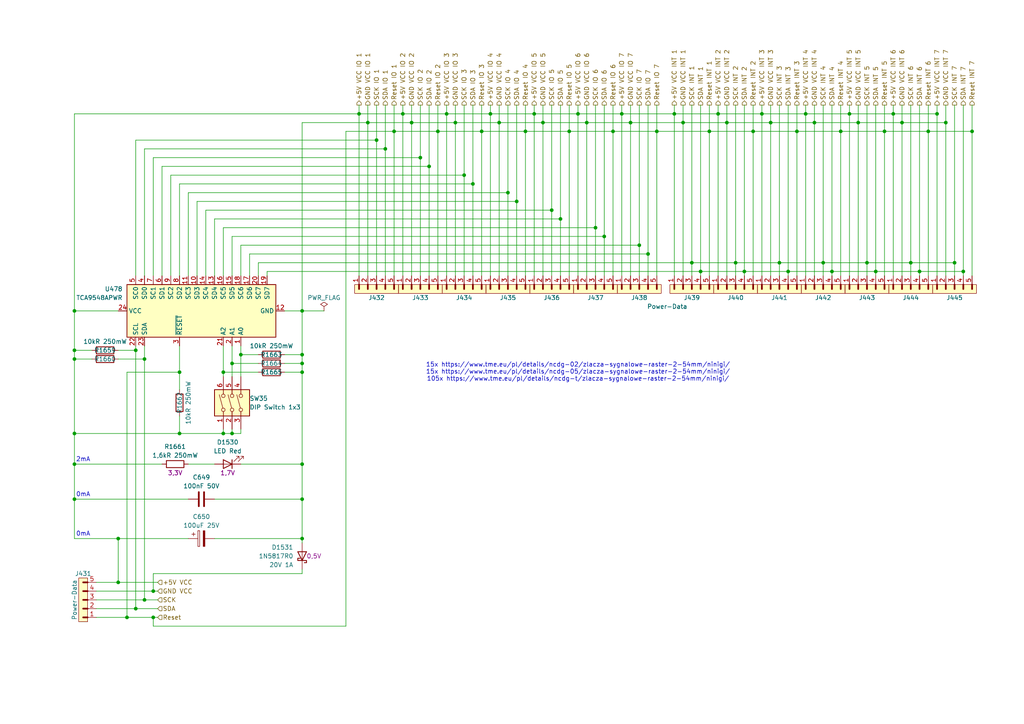
<source format=kicad_sch>
(kicad_sch (version 20231120) (generator "eeschema") (generator_version "8.0")
  (paper "A4")
  (lib_symbols
    (symbol "Device:C" (pin_numbers hide) (pin_names (offset 0.254))
      (property "Reference" "C" (at 0.635 2.54 0))
      (property "Value" "C" (at 0.635 -2.54 0))
      (symbol "C_0_1"
        (polyline (pts (xy -2.032 -0.762) (xy 2.032 -0.762)) (stroke (width 0.508)))
        (polyline (pts (xy -2.032 0.762) (xy 2.032 0.762)) (stroke (width 0.508)))
      )
      (symbol "C_1_1"
        (pin passive line (at 0 3.81 270) (length 2.794) (name "~") (number "1"))
        (pin passive line (at 0 -3.81 90) (length 2.794) (name "~") (number "2"))
      )
    )
    (symbol "Device:C_Polarized" (pin_numbers hide) (pin_names (offset 0.254))
      (property "Reference" "C" (at 0.635 2.54 0))
      (property "Value" "C_Polarized" (at 0.635 -2.54 0))
      (symbol "C_Polarized_0_1"
        (rectangle (start -2.286 0.508) (end 2.286 1.016))
        (polyline (pts (xy -1.778 2.286) (xy -0.762 2.286)))
        (polyline (pts (xy -1.27 2.794) (xy -1.27 1.778)))
        (rectangle (start 2.286 -0.508) (end -2.286 -1.016) (fill (type outline)))
      )
      (symbol "C_Polarized_1_1"
        (pin passive line (at 0 3.81 270) (length 2.794) (name "~") (number "1"))
        (pin passive line (at 0 -3.81 90) (length 2.794) (name "~") (number "2"))
      )
    )
    (symbol "Device:LED" (pin_numbers hide) (pin_names (offset 1.016) hide)
      (property "Reference" "D" (at 0 2.54 0))
      (property "Value" "LED" (at 0 -2.54 0))
      (symbol "LED_0_1"
        (polyline (pts (xy -1.27 -1.27) (xy -1.27 1.27)) (stroke (width 0.254)))
        (polyline (pts (xy -1.27 0) (xy 1.27 0)))
        (polyline (pts (xy 1.27 -1.27) (xy 1.27 1.27) (xy -1.27 0) (xy 1.27 -1.27)) (stroke (width 0.254)))
        (polyline (pts (xy -3.048 -0.762) (xy -4.572 -2.286) (xy -3.81 -2.286) (xy -4.572 -2.286) (xy -4.572 -1.524)))
        (polyline (pts (xy -1.778 -0.762) (xy -3.302 -2.286) (xy -2.54 -2.286) (xy -3.302 -2.286) (xy -3.302 -1.524)))
      )
      (symbol "LED_1_1"
        (pin passive line (at -3.81 0 0) (length 2.54) (name "K") (number "1"))
        (pin passive line (at 3.81 0 180) (length 2.54) (name "A") (number "2"))
      )
    )
    (symbol "Device:R" (pin_numbers hide) (pin_names (offset 0))
      (property "Reference" "R" (at 2.032 0 90))
      (property "Value" "R" (at 0 0 90))
      (symbol "R_0_1"
        (rectangle (start -1.016 -2.54) (end 1.016 2.54) (stroke (width 0.254)))
      )
      (symbol "R_1_1"
        (pin passive line (at 0 3.81 270) (length 1.27) (name "~") (number "1"))
        (pin passive line (at 0 -3.81 90) (length 1.27) (name "~") (number "2"))
      )
    )
    (symbol "Diode:1N5817" (pin_numbers hide) (pin_names (offset 1.016) hide)
      (property "Reference" "D" (at 0 2.54 0))
      (property "Value" "1N5817" (at 0 -2.54 0))
      (symbol "1N5817_0_1"
        (polyline (pts (xy 1.27 0) (xy -1.27 0)))
        (polyline (pts (xy 1.27 1.27) (xy 1.27 -1.27) (xy -1.27 0) (xy 1.27 1.27)) (stroke (width 0.254)))
        (polyline (pts (xy -1.905 0.635) (xy -1.905 1.27) (xy -1.27 1.27) (xy -1.27 -1.27) (xy -0.635 -1.27) (xy -0.635 -0.635)) (stroke (width 0.254)))
      )
      (symbol "1N5817_1_1"
        (pin passive line (at -3.81 0 0) (length 2.54) (name "K") (number "1"))
        (pin passive line (at 3.81 0 180) (length 2.54) (name "A") (number "2"))
      )
    )
    (symbol "Interface_Expansion:TCA9548APWR"
      (property "Reference" "U" (at -7.62 21.59 0))
      (property "Value" "TCA9548APWR" (at 1.016 21.59 0))
      (symbol "TCA9548APWR_0_1"
        (rectangle (start -7.62 20.32) (end 7.62 -22.86) (stroke (width 0.254)) (fill (type background)))
      )
      (symbol "TCA9548APWR_1_1"
        (pin input line (at -10.16 -12.7 0) (length 2.54) (name "A0") (number "1"))
        (pin bidirectional line (at 10.16 0 180) (length 2.54) (name "SD3") (number "10"))
        (pin output line (at 10.16 2.54 180) (length 2.54) (name "SC3") (number "11"))
        (pin power_in line (at 0 -25.4 90) (length 2.54) (name "GND") (number "12"))
        (pin bidirectional line (at 10.16 -5.08 180) (length 2.54) (name "SD4") (number "13"))
        (pin output line (at 10.16 -2.54 180) (length 2.54) (name "SC4") (number "14"))
        (pin bidirectional line (at 10.16 -10.16 180) (length 2.54) (name "SD5") (number "15"))
        (pin output line (at 10.16 -7.62 180) (length 2.54) (name "SC5") (number "16"))
        (pin bidirectional line (at 10.16 -15.24 180) (length 2.54) (name "SD6") (number "17"))
        (pin output line (at 10.16 -12.7 180) (length 2.54) (name "SC6") (number "18"))
        (pin bidirectional line (at 10.16 -20.32 180) (length 2.54) (name "SD7") (number "19"))
        (pin input line (at -10.16 -10.16 0) (length 2.54) (name "A1") (number "2"))
        (pin output line (at 10.16 -17.78 180) (length 2.54) (name "SC7") (number "20"))
        (pin input line (at -10.16 -7.62 0) (length 2.54) (name "A2") (number "21"))
        (pin input line (at -10.16 17.78 0) (length 2.54) (name "SCL") (number "22"))
        (pin bidirectional line (at -10.16 15.24 0) (length 2.54) (name "SDA") (number "23"))
        (pin power_in line (at 0 22.86 270) (length 2.54) (name "VCC") (number "24"))
        (pin input line (at -10.16 5.08 0) (length 2.54) (name "~{RESET}") (number "3"))
        (pin bidirectional line (at 10.16 15.24 180) (length 2.54) (name "SD0") (number "4"))
        (pin output line (at 10.16 17.78 180) (length 2.54) (name "SC0") (number "5"))
        (pin bidirectional line (at 10.16 10.16 180) (length 2.54) (name "SD1") (number "6"))
        (pin output line (at 10.16 12.7 180) (length 2.54) (name "SC1") (number "7"))
        (pin bidirectional line (at 10.16 5.08 180) (length 2.54) (name "SD2") (number "8"))
        (pin output line (at 10.16 7.62 180) (length 2.54) (name "SC2") (number "9"))
      )
    )
    (symbol "PCM_SL_Pin_Headers:PINHD_1x5_Male"
      (property "Reference" "J" (at 0 10.16 0))
      (property "Value" "PINHD_1x5_Male" (at 0 7.62 0))
      (symbol "PINHD_1x5_Male_0_1"
        (rectangle (start -1.27 6.35) (end 1.27 -6.35) (fill (type background)))
        (polyline (pts (xy -1.27 -5.08) (xy 0 -5.08)) (stroke (width 0.3)))
        (polyline (pts (xy -1.27 -5.08) (xy 0 -5.08)) (stroke (width 0.5)))
        (polyline (pts (xy -1.27 -2.54) (xy 0 -2.54)) (stroke (width 0.3)))
        (polyline (pts (xy -1.27 -2.54) (xy 0 -2.54)) (stroke (width 0.5)))
        (polyline (pts (xy -1.27 0) (xy 0 0)) (stroke (width 0.3)))
        (polyline (pts (xy -1.27 0) (xy 0 0)) (stroke (width 0.5)))
        (polyline (pts (xy -1.27 2.54) (xy 0 2.54)) (stroke (width 0.3)))
        (polyline (pts (xy -1.27 2.54) (xy 0 2.54)) (stroke (width 0.5)))
        (polyline (pts (xy -1.27 5.08) (xy 0 5.08)) (stroke (width 0.3)))
        (polyline (pts (xy -1.27 5.08) (xy 0 5.08)) (stroke (width 0.5)))
      )
      (symbol "PINHD_1x5_Male_1_1"
        (pin passive line (at -3.81 5.08 0) (length 2.54) (name "") (number "1"))
        (pin passive line (at -3.81 2.54 0) (length 2.54) (name "") (number "2"))
        (pin passive line (at -3.81 0 0) (length 2.54) (name "") (number "3"))
        (pin passive line (at -3.81 -2.54 0) (length 2.54) (name "") (number "4"))
        (pin passive line (at -3.81 -5.08 0) (length 2.54) (name "") (number "5"))
      )
    )
    (symbol "Switch:SW_DIP_x03" (pin_names (offset 0) hide)
      (property "Reference" "SW" (at 0 6.35 0))
      (property "Value" "SW_DIP_x03" (at 0 -6.35 0))
      (symbol "SW_DIP_x03_0_0"
        (circle (center -2.032 -2.54) (radius 0.508))
        (circle (center -2.032 0) (radius 0.508))
        (circle (center -2.032 2.54) (radius 0.508))
        (polyline (pts (xy -1.524 -2.413) (xy 2.3622 -1.3716)))
        (polyline (pts (xy -1.524 0.127) (xy 2.3622 1.1684)))
        (polyline (pts (xy -1.524 2.667) (xy 2.3622 3.7084)))
        (circle (center 2.032 -2.54) (radius 0.508))
        (circle (center 2.032 0) (radius 0.508))
        (circle (center 2.032 2.54) (radius 0.508))
      )
      (symbol "SW_DIP_x03_0_1"
        (rectangle (start -3.81 5.08) (end 3.81 -5.08) (stroke (width 0.254)) (fill (type background)))
      )
      (symbol "SW_DIP_x03_1_1"
        (pin passive line (at -7.62 2.54 0) (length 5.08) (name "~") (number "1"))
        (pin passive line (at -7.62 0 0) (length 5.08) (name "~") (number "2"))
        (pin passive line (at -7.62 -2.54 0) (length 5.08) (name "~") (number "3"))
        (pin passive line (at 7.62 -2.54 180) (length 5.08) (name "~") (number "4"))
        (pin passive line (at 7.62 0 180) (length 5.08) (name "~") (number "5"))
        (pin passive line (at 7.62 2.54 180) (length 5.08) (name "~") (number "6"))
      )
    )
    (symbol "power:PWR_FLAG" (power) (pin_numbers hide) (pin_names (offset 0) hide)
      (property "Value" "PWR_FLAG" (at 0 3.81 0))
      (symbol "PWR_FLAG_0_0"
        (pin power_out line (at 0 0 90) (length 0) (name "~") (number "1"))
      )
      (symbol "PWR_FLAG_0_1"
        (polyline (pts (xy 0 0) (xy 0 1.27) (xy -1.016 1.905) (xy 0 2.54) (xy 1.016 1.905) (xy 0 1.27)))
      )
    )
  )
  (junction (at 172.72 66.04))
  (junction (at 44.45 171.45))
  (junction (at 190.5 38.1))
  (junction (at 104.14 33.02))
  (junction (at 39.37 176.53))
  (junction (at 274.32 35.56))
  (junction (at 121.92 45.72))
  (junction (at 21.59 134.62))
  (junction (at 187.96 73.66))
  (junction (at 220.98 33.02))
  (junction (at 87.63 144.78))
  (junction (at 170.18 35.56))
  (junction (at 279.4 78.74))
  (junction (at 87.63 156.21))
  (junction (at 165.1 38.1))
  (junction (at 134.62 50.8))
  (junction (at 259.08 33.02))
  (junction (at 132.08 35.56))
  (junction (at 223.52 35.56))
  (junction (at 248.92 35.56))
  (junction (at 21.59 144.78))
  (junction (at 144.78 35.56))
  (junction (at 281.94 38.1))
  (junction (at 34.29 168.91))
  (junction (at 238.76 76.2))
  (junction (at 226.06 76.2))
  (junction (at 152.4 38.1))
  (junction (at 154.94 33.02))
  (junction (at 243.84 38.1))
  (junction (at 67.31 105.41))
  (junction (at 137.16 53.34))
  (junction (at 67.31 125.73))
  (junction (at 195.58 33.02))
  (junction (at 198.12 35.56))
  (junction (at 208.28 33.02))
  (junction (at 87.63 90.17))
  (junction (at 246.38 33.02))
  (junction (at 167.64 33.02))
  (junction (at 116.84 33.02))
  (junction (at 182.88 35.56))
  (junction (at 271.78 33.02))
  (junction (at 36.83 179.07))
  (junction (at 142.24 33.02))
  (junction (at 264.16 76.2))
  (junction (at 160.02 60.96))
  (junction (at 157.48 35.56))
  (junction (at 261.62 35.56))
  (junction (at 175.26 68.58))
  (junction (at 119.38 35.56))
  (junction (at 233.68 33.02))
  (junction (at 215.9 78.74))
  (junction (at 241.3 78.74))
  (junction (at 228.6 78.74))
  (junction (at 254 78.74))
  (junction (at 64.77 107.95))
  (junction (at 41.91 104.14))
  (junction (at 39.37 101.6))
  (junction (at 106.68 35.56))
  (junction (at 266.7 78.74))
  (junction (at 139.7 38.1))
  (junction (at 205.74 38.1))
  (junction (at 162.56 63.5))
  (junction (at 64.77 125.73))
  (junction (at 127 38.1))
  (junction (at 21.59 104.14))
  (junction (at 111.76 43.18))
  (junction (at 21.59 101.6))
  (junction (at 177.8 38.1))
  (junction (at 52.07 107.95))
  (junction (at 147.32 55.88))
  (junction (at 251.46 76.2))
  (junction (at 256.54 38.1))
  (junction (at 87.63 134.62))
  (junction (at 87.63 107.95))
  (junction (at 203.2 78.74))
  (junction (at 124.46 48.26))
  (junction (at 213.36 76.2))
  (junction (at 41.91 173.99))
  (junction (at 69.85 102.87))
  (junction (at 109.22 40.64))
  (junction (at 269.24 38.1))
  (junction (at 180.34 33.02))
  (junction (at 276.86 76.2))
  (junction (at 149.86 58.42))
  (junction (at 129.54 33.02))
  (junction (at 52.07 125.73))
  (junction (at 44.45 179.07))
  (junction (at 236.22 35.56))
  (junction (at 231.14 38.1))
  (junction (at 114.3 38.1))
  (junction (at 21.59 125.73))
  (junction (at 185.42 71.12))
  (junction (at 218.44 38.1))
  (junction (at 21.59 90.17))
  (junction (at 200.66 76.2))
  (junction (at 87.63 102.87))
  (junction (at 87.63 105.41))
  (junction (at 210.82 35.56))
  (junction (at 34.29 156.21))
  (wire (pts (xy 147.32 30.48) (xy 147.32 55.88)))
  (wire (pts (xy 64.77 107.95) (xy 64.77 109.22)))
  (wire (pts (xy 215.9 30.48) (xy 215.9 78.74)))
  (wire (pts (xy 170.18 35.56) (xy 170.18 80.01)))
  (wire (pts (xy 175.26 30.48) (xy 175.26 68.58)))
  (wire (pts (xy 87.63 90.17) (xy 82.55 90.17)))
  (wire (pts (xy 21.59 125.73) (xy 21.59 134.62)))
  (wire (pts (xy 41.91 104.14) (xy 41.91 173.99)))
  (wire (pts (xy 220.98 30.48) (xy 220.98 33.02)))
  (wire (pts (xy 64.77 100.33) (xy 64.77 107.95)))
  (wire (pts (xy 195.58 30.48) (xy 195.58 33.02)))
  (wire (pts (xy 144.78 30.48) (xy 144.78 35.56)))
  (wire (pts (xy 160.02 60.96) (xy 160.02 80.01)))
  (wire (pts (xy 87.63 107.95) (xy 87.63 134.62)))
  (wire (pts (xy 233.68 33.02) (xy 233.68 80.01)))
  (wire (pts (xy 119.38 30.48) (xy 119.38 35.56)))
  (wire (pts (xy 243.84 38.1) (xy 256.54 38.1)))
  (wire (pts (xy 39.37 101.6) (xy 39.37 100.33)))
  (wire (pts (xy 274.32 30.48) (xy 274.32 35.56)))
  (wire (pts (xy 39.37 176.53) (xy 45.72 176.53)))
  (wire (pts (xy 52.07 107.95) (xy 52.07 113.03)))
  (wire (pts (xy 27.94 179.07) (xy 36.83 179.07)))
  (wire (pts (xy 210.82 35.56) (xy 210.82 80.01)))
  (wire (pts (xy 129.54 33.02) (xy 129.54 80.01)))
  (wire (pts (xy 182.88 30.48) (xy 182.88 35.56)))
  (wire (pts (xy 87.63 156.21) (xy 87.63 157.48)))
  (wire (pts (xy 180.34 33.02) (xy 195.58 33.02)))
  (wire (pts (xy 64.77 107.95) (xy 74.93 107.95)))
  (wire (pts (xy 127 38.1) (xy 127 80.01)))
  (wire (pts (xy 182.88 35.56) (xy 182.88 80.01)))
  (wire (pts (xy 205.74 38.1) (xy 218.44 38.1)))
  (wire (pts (xy 231.14 30.48) (xy 231.14 38.1)))
  (wire (pts (xy 64.77 80.01) (xy 64.77 66.04)))
  (wire (pts (xy 36.83 107.95) (xy 52.07 107.95)))
  (wire (pts (xy 52.07 125.73) (xy 64.77 125.73)))
  (wire (pts (xy 62.23 63.5) (xy 162.56 63.5)))
  (wire (pts (xy 69.85 100.33) (xy 69.85 102.87)))
  (wire (pts (xy 34.29 156.21) (xy 54.61 156.21)))
  (wire (pts (xy 243.84 30.48) (xy 243.84 38.1)))
  (wire (pts (xy 223.52 35.56) (xy 223.52 80.01)))
  (wire (pts (xy 74.93 76.2) (xy 74.93 80.01)))
  (wire (pts (xy 175.26 68.58) (xy 175.26 80.01)))
  (wire (pts (xy 67.31 68.58) (xy 175.26 68.58)))
  (wire (pts (xy 52.07 80.01) (xy 52.07 53.34)))
  (wire (pts (xy 74.93 102.87) (xy 69.85 102.87)))
  (wire (pts (xy 67.31 105.41) (xy 67.31 109.22)))
  (wire (pts (xy 116.84 33.02) (xy 116.84 80.01)))
  (wire (pts (xy 100.33 181.61) (xy 44.45 181.61)))
  (wire (pts (xy 259.08 30.48) (xy 259.08 33.02)))
  (wire (pts (xy 281.94 38.1) (xy 281.94 80.01)))
  (wire (pts (xy 276.86 76.2) (xy 276.86 80.01)))
  (wire (pts (xy 167.64 30.48) (xy 167.64 33.02)))
  (wire (pts (xy 220.98 33.02) (xy 220.98 80.01)))
  (wire (pts (xy 152.4 38.1) (xy 152.4 80.01)))
  (wire (pts (xy 238.76 76.2) (xy 238.76 80.01)))
  (wire (pts (xy 67.31 105.41) (xy 74.93 105.41)))
  (wire (pts (xy 59.69 80.01) (xy 59.69 60.96)))
  (wire (pts (xy 39.37 40.64) (xy 39.37 80.01)))
  (wire (pts (xy 238.76 76.2) (xy 251.46 76.2)))
  (wire (pts (xy 149.86 30.48) (xy 149.86 58.42)))
  (wire (pts (xy 100.33 38.1) (xy 114.3 38.1)))
  (wire (pts (xy 256.54 38.1) (xy 269.24 38.1)))
  (wire (pts (xy 190.5 30.48) (xy 190.5 38.1)))
  (wire (pts (xy 21.59 33.02) (xy 104.14 33.02)))
  (wire (pts (xy 259.08 33.02) (xy 259.08 80.01)))
  (wire (pts (xy 187.96 73.66) (xy 187.96 80.01)))
  (wire (pts (xy 72.39 73.66) (xy 187.96 73.66)))
  (wire (pts (xy 127 30.48) (xy 127 38.1)))
  (wire (pts (xy 139.7 30.48) (xy 139.7 38.1)))
  (wire (pts (xy 231.14 38.1) (xy 243.84 38.1)))
  (wire (pts (xy 44.45 181.61) (xy 44.45 179.07)))
  (wire (pts (xy 226.06 76.2) (xy 238.76 76.2)))
  (wire (pts (xy 264.16 76.2) (xy 264.16 80.01)))
  (wire (pts (xy 52.07 120.65) (xy 52.07 125.73)))
  (wire (pts (xy 137.16 30.48) (xy 137.16 53.34)))
  (wire (pts (xy 109.22 40.64) (xy 39.37 40.64)))
  (wire (pts (xy 134.62 50.8) (xy 134.62 80.01)))
  (wire (pts (xy 190.5 38.1) (xy 205.74 38.1)))
  (wire (pts (xy 228.6 30.48) (xy 228.6 78.74)))
  (wire (pts (xy 172.72 66.04) (xy 172.72 80.01)))
  (wire (pts (xy 114.3 38.1) (xy 127 38.1)))
  (wire (pts (xy 87.63 35.56) (xy 106.68 35.56)))
  (wire (pts (xy 129.54 30.48) (xy 129.54 33.02)))
  (wire (pts (xy 119.38 35.56) (xy 132.08 35.56)))
  (wire (pts (xy 195.58 33.02) (xy 208.28 33.02)))
  (wire (pts (xy 114.3 30.48) (xy 114.3 38.1)))
  (wire (pts (xy 132.08 35.56) (xy 132.08 80.01)))
  (wire (pts (xy 27.94 171.45) (xy 44.45 171.45)))
  (wire (pts (xy 220.98 33.02) (xy 233.68 33.02)))
  (wire (pts (xy 124.46 30.48) (xy 124.46 48.26)))
  (wire (pts (xy 177.8 38.1) (xy 177.8 80.01)))
  (wire (pts (xy 57.15 80.01) (xy 57.15 58.42)))
  (wire (pts (xy 114.3 38.1) (xy 114.3 80.01)))
  (wire (pts (xy 144.78 35.56) (xy 144.78 80.01)))
  (wire (pts (xy 41.91 43.18) (xy 111.76 43.18)))
  (wire (pts (xy 185.42 71.12) (xy 185.42 80.01)))
  (wire (pts (xy 246.38 33.02) (xy 259.08 33.02)))
  (wire (pts (xy 142.24 33.02) (xy 154.94 33.02)))
  (wire (pts (xy 236.22 35.56) (xy 236.22 80.01)))
  (wire (pts (xy 27.94 168.91) (xy 34.29 168.91)))
  (wire (pts (xy 160.02 30.48) (xy 160.02 60.96)))
  (wire (pts (xy 157.48 35.56) (xy 157.48 80.01)))
  (wire (pts (xy 77.47 78.74) (xy 77.47 80.01)))
  (wire (pts (xy 106.68 30.48) (xy 106.68 35.56)))
  (wire (pts (xy 119.38 35.56) (xy 119.38 80.01)))
  (wire (pts (xy 198.12 30.48) (xy 198.12 35.56)))
  (wire (pts (xy 269.24 38.1) (xy 281.94 38.1)))
  (wire (pts (xy 205.74 38.1) (xy 205.74 80.01)))
  (wire (pts (xy 208.28 33.02) (xy 208.28 80.01)))
  (wire (pts (xy 266.7 30.48) (xy 266.7 78.74)))
  (wire (pts (xy 36.83 107.95) (xy 36.83 179.07)))
  (wire (pts (xy 185.42 30.48) (xy 185.42 71.12)))
  (wire (pts (xy 116.84 30.48) (xy 116.84 33.02)))
  (wire (pts (xy 36.83 179.07) (xy 44.45 179.07)))
  (wire (pts (xy 21.59 125.73) (xy 52.07 125.73)))
  (wire (pts (xy 132.08 35.56) (xy 144.78 35.56)))
  (wire (pts (xy 82.55 102.87) (xy 87.63 102.87)))
  (wire (pts (xy 271.78 33.02) (xy 271.78 80.01)))
  (wire (pts (xy 137.16 53.34) (xy 137.16 80.01)))
  (wire (pts (xy 104.14 33.02) (xy 104.14 80.01)))
  (wire (pts (xy 248.92 35.56) (xy 248.92 80.01)))
  (wire (pts (xy 241.3 78.74) (xy 241.3 80.01)))
  (wire (pts (xy 165.1 38.1) (xy 165.1 80.01)))
  (wire (pts (xy 243.84 38.1) (xy 243.84 80.01)))
  (wire (pts (xy 21.59 156.21) (xy 34.29 156.21)))
  (wire (pts (xy 274.32 35.56) (xy 274.32 80.01)))
  (wire (pts (xy 54.61 80.01) (xy 54.61 55.88)))
  (wire (pts (xy 198.12 35.56) (xy 210.82 35.56)))
  (wire (pts (xy 67.31 125.73) (xy 69.85 125.73)))
  (wire (pts (xy 121.92 45.72) (xy 121.92 80.01)))
  (wire (pts (xy 228.6 78.74) (xy 228.6 80.01)))
  (wire (pts (xy 271.78 30.48) (xy 271.78 33.02)))
  (wire (pts (xy 27.94 176.53) (xy 39.37 176.53)))
  (wire (pts (xy 266.7 78.74) (xy 279.4 78.74)))
  (wire (pts (xy 69.85 134.62) (xy 87.63 134.62)))
  (wire (pts (xy 276.86 30.48) (xy 276.86 76.2)))
  (wire (pts (xy 210.82 35.56) (xy 223.52 35.56)))
  (wire (pts (xy 69.85 102.87) (xy 69.85 109.22)))
  (wire (pts (xy 223.52 35.56) (xy 236.22 35.56)))
  (wire (pts (xy 74.93 76.2) (xy 200.66 76.2)))
  (wire (pts (xy 256.54 38.1) (xy 256.54 80.01)))
  (wire (pts (xy 39.37 101.6) (xy 39.37 176.53)))
  (wire (pts (xy 147.32 55.88) (xy 147.32 80.01)))
  (wire (pts (xy 279.4 30.48) (xy 279.4 78.74)))
  (wire (pts (xy 21.59 90.17) (xy 34.29 90.17)))
  (wire (pts (xy 87.63 35.56) (xy 87.63 90.17)))
  (wire (pts (xy 198.12 35.56) (xy 198.12 80.01)))
  (wire (pts (xy 46.99 80.01) (xy 46.99 48.26)))
  (wire (pts (xy 208.28 30.48) (xy 208.28 33.02)))
  (wire (pts (xy 213.36 76.2) (xy 213.36 80.01)))
  (wire (pts (xy 44.45 45.72) (xy 121.92 45.72)))
  (wire (pts (xy 49.53 50.8) (xy 134.62 50.8)))
  (wire (pts (xy 27.94 173.99) (xy 41.91 173.99)))
  (wire (pts (xy 52.07 100.33) (xy 52.07 107.95)))
  (wire (pts (xy 44.45 166.37) (xy 44.45 171.45)))
  (wire (pts (xy 21.59 33.02) (xy 21.59 90.17)))
  (wire (pts (xy 139.7 38.1) (xy 139.7 80.01)))
  (wire (pts (xy 21.59 134.62) (xy 21.59 144.78)))
  (wire (pts (xy 34.29 104.14) (xy 41.91 104.14)))
  (wire (pts (xy 246.38 33.02) (xy 246.38 80.01)))
  (wire (pts (xy 87.63 90.17) (xy 93.98 90.17)))
  (wire (pts (xy 162.56 63.5) (xy 162.56 80.01)))
  (wire (pts (xy 34.29 156.21) (xy 34.29 168.91)))
  (wire (pts (xy 228.6 78.74) (xy 241.3 78.74)))
  (wire (pts (xy 223.52 30.48) (xy 223.52 35.56)))
  (wire (pts (xy 261.62 35.56) (xy 274.32 35.56)))
  (wire (pts (xy 157.48 35.56) (xy 170.18 35.56)))
  (wire (pts (xy 152.4 30.48) (xy 152.4 38.1)))
  (wire (pts (xy 44.45 166.37) (xy 87.63 166.37)))
  (wire (pts (xy 106.68 35.56) (xy 119.38 35.56)))
  (wire (pts (xy 269.24 30.48) (xy 269.24 38.1)))
  (wire (pts (xy 256.54 30.48) (xy 256.54 38.1)))
  (wire (pts (xy 34.29 168.91) (xy 45.72 168.91)))
  (wire (pts (xy 69.85 80.01) (xy 69.85 71.12)))
  (wire (pts (xy 109.22 40.64) (xy 109.22 80.01)))
  (wire (pts (xy 281.94 30.48) (xy 281.94 38.1)))
  (wire (pts (xy 127 38.1) (xy 139.7 38.1)))
  (wire (pts (xy 87.63 134.62) (xy 87.63 144.78)))
  (wire (pts (xy 266.7 78.74) (xy 266.7 80.01)))
  (wire (pts (xy 69.85 124.46) (xy 69.85 125.73)))
  (wire (pts (xy 154.94 33.02) (xy 154.94 80.01)))
  (wire (pts (xy 44.45 179.07) (xy 45.72 179.07)))
  (wire (pts (xy 241.3 30.48) (xy 241.3 78.74)))
  (wire (pts (xy 233.68 30.48) (xy 233.68 33.02)))
  (wire (pts (xy 52.07 53.34) (xy 137.16 53.34)))
  (wire (pts (xy 67.31 80.01) (xy 67.31 68.58)))
  (wire (pts (xy 261.62 35.56) (xy 261.62 80.01)))
  (wire (pts (xy 170.18 35.56) (xy 182.88 35.56)))
  (wire (pts (xy 154.94 33.02) (xy 167.64 33.02)))
  (wire (pts (xy 264.16 76.2) (xy 276.86 76.2)))
  (wire (pts (xy 149.86 58.42) (xy 149.86 80.01)))
  (wire (pts (xy 109.22 30.48) (xy 109.22 40.64)))
  (wire (pts (xy 64.77 125.73) (xy 67.31 125.73)))
  (wire (pts (xy 233.68 33.02) (xy 246.38 33.02)))
  (wire (pts (xy 87.63 102.87) (xy 87.63 105.41)))
  (wire (pts (xy 21.59 134.62) (xy 46.99 134.62)))
  (wire (pts (xy 134.62 30.48) (xy 134.62 50.8)))
  (wire (pts (xy 215.9 78.74) (xy 228.6 78.74)))
  (wire (pts (xy 157.48 30.48) (xy 157.48 35.56)))
  (wire (pts (xy 177.8 38.1) (xy 190.5 38.1)))
  (wire (pts (xy 154.94 30.48) (xy 154.94 33.02)))
  (wire (pts (xy 236.22 35.56) (xy 248.92 35.56)))
  (wire (pts (xy 226.06 76.2) (xy 226.06 80.01)))
  (wire (pts (xy 41.91 173.99) (xy 45.72 173.99)))
  (wire (pts (xy 139.7 38.1) (xy 152.4 38.1)))
  (wire (pts (xy 248.92 35.56) (xy 261.62 35.56)))
  (wire (pts (xy 82.55 105.41) (xy 87.63 105.41)))
  (wire (pts (xy 165.1 30.48) (xy 165.1 38.1)))
  (wire (pts (xy 124.46 48.26) (xy 124.46 80.01)))
  (wire (pts (xy 167.64 33.02) (xy 167.64 80.01)))
  (wire (pts (xy 218.44 38.1) (xy 231.14 38.1)))
  (wire (pts (xy 62.23 144.78) (xy 87.63 144.78)))
  (wire (pts (xy 111.76 43.18) (xy 111.76 80.01)))
  (wire (pts (xy 254 78.74) (xy 254 80.01)))
  (wire (pts (xy 44.45 80.01) (xy 44.45 45.72)))
  (wire (pts (xy 208.28 33.02) (xy 220.98 33.02)))
  (wire (pts (xy 152.4 38.1) (xy 165.1 38.1)))
  (wire (pts (xy 106.68 35.56) (xy 106.68 80.01)))
  (wire (pts (xy 203.2 78.74) (xy 203.2 80.01)))
  (wire (pts (xy 77.47 78.74) (xy 203.2 78.74)))
  (wire (pts (xy 142.24 30.48) (xy 142.24 33.02)))
  (wire (pts (xy 132.08 30.48) (xy 132.08 35.56)))
  (wire (pts (xy 57.15 58.42) (xy 149.86 58.42)))
  (wire (pts (xy 54.61 134.62) (xy 62.23 134.62)))
  (wire (pts (xy 241.3 78.74) (xy 254 78.74)))
  (wire (pts (xy 251.46 76.2) (xy 264.16 76.2)))
  (wire (pts (xy 62.23 156.21) (xy 87.63 156.21)))
  (wire (pts (xy 177.8 30.48) (xy 177.8 38.1)))
  (wire (pts (xy 21.59 104.14) (xy 21.59 125.73)))
  (wire (pts (xy 67.31 100.33) (xy 67.31 105.41)))
  (wire (pts (xy 21.59 101.6) (xy 21.59 104.14)))
  (wire (pts (xy 44.45 171.45) (xy 45.72 171.45)))
  (wire (pts (xy 195.58 33.02) (xy 195.58 80.01)))
  (wire (pts (xy 215.9 78.74) (xy 215.9 80.01)))
  (wire (pts (xy 203.2 78.74) (xy 215.9 78.74)))
  (wire (pts (xy 180.34 30.48) (xy 180.34 33.02)))
  (wire (pts (xy 213.36 76.2) (xy 226.06 76.2)))
  (wire (pts (xy 64.77 66.04) (xy 172.72 66.04)))
  (wire (pts (xy 205.74 30.48) (xy 205.74 38.1)))
  (wire (pts (xy 59.69 60.96) (xy 160.02 60.96)))
  (wire (pts (xy 172.72 30.48) (xy 172.72 66.04)))
  (wire (pts (xy 41.91 80.01) (xy 41.91 43.18)))
  (wire (pts (xy 87.63 105.41) (xy 87.63 107.95)))
  (wire (pts (xy 121.92 30.48) (xy 121.92 45.72)))
  (wire (pts (xy 269.24 38.1) (xy 269.24 80.01)))
  (wire (pts (xy 248.92 30.48) (xy 248.92 35.56)))
  (wire (pts (xy 200.66 30.48) (xy 200.66 76.2)))
  (wire (pts (xy 34.29 101.6) (xy 39.37 101.6)))
  (wire (pts (xy 87.63 144.78) (xy 87.63 156.21)))
  (wire (pts (xy 203.2 30.48) (xy 203.2 78.74)))
  (wire (pts (xy 251.46 30.48) (xy 251.46 76.2)))
  (wire (pts (xy 165.1 38.1) (xy 177.8 38.1)))
  (wire (pts (xy 46.99 48.26) (xy 124.46 48.26)))
  (wire (pts (xy 190.5 38.1) (xy 190.5 80.01)))
  (wire (pts (xy 162.56 30.48) (xy 162.56 63.5)))
  (wire (pts (xy 180.34 33.02) (xy 180.34 80.01)))
  (wire (pts (xy 21.59 144.78) (xy 21.59 156.21)))
  (wire (pts (xy 82.55 107.95) (xy 87.63 107.95)))
  (wire (pts (xy 210.82 30.48) (xy 210.82 35.56)))
  (wire (pts (xy 67.31 125.73) (xy 67.31 124.46)))
  (wire (pts (xy 54.61 55.88) (xy 147.32 55.88)))
  (wire (pts (xy 87.63 166.37) (xy 87.63 165.1)))
  (wire (pts (xy 64.77 125.73) (xy 64.77 124.46)))
  (wire (pts (xy 104.14 30.48) (xy 104.14 33.02)))
  (wire (pts (xy 218.44 38.1) (xy 218.44 80.01)))
  (wire (pts (xy 116.84 33.02) (xy 129.54 33.02)))
  (wire (pts (xy 69.85 71.12) (xy 185.42 71.12)))
  (wire (pts (xy 49.53 80.01) (xy 49.53 50.8)))
  (wire (pts (xy 144.78 35.56) (xy 157.48 35.56)))
  (wire (pts (xy 226.06 30.48) (xy 226.06 76.2)))
  (wire (pts (xy 21.59 90.17) (xy 21.59 101.6)))
  (wire (pts (xy 129.54 33.02) (xy 142.24 33.02)))
  (wire (pts (xy 261.62 30.48) (xy 261.62 35.56)))
  (wire (pts (xy 251.46 76.2) (xy 251.46 80.01)))
  (wire (pts (xy 238.76 30.48) (xy 238.76 76.2)))
  (wire (pts (xy 218.44 30.48) (xy 218.44 38.1)))
  (wire (pts (xy 72.39 80.01) (xy 72.39 73.66)))
  (wire (pts (xy 170.18 30.48) (xy 170.18 35.56)))
  (wire (pts (xy 142.24 33.02) (xy 142.24 80.01)))
  (wire (pts (xy 87.63 90.17) (xy 87.63 102.87)))
  (wire (pts (xy 236.22 30.48) (xy 236.22 35.56)))
  (wire (pts (xy 100.33 38.1) (xy 100.33 181.61)))
  (wire (pts (xy 167.64 33.02) (xy 180.34 33.02)))
  (wire (pts (xy 104.14 33.02) (xy 116.84 33.02)))
  (wire (pts (xy 111.76 30.48) (xy 111.76 43.18)))
  (wire (pts (xy 62.23 80.01) (xy 62.23 63.5)))
  (wire (pts (xy 21.59 104.14) (xy 26.67 104.14)))
  (wire (pts (xy 264.16 30.48) (xy 264.16 76.2)))
  (wire (pts (xy 259.08 33.02) (xy 271.78 33.02)))
  (wire (pts (xy 21.59 101.6) (xy 26.67 101.6)))
  (wire (pts (xy 254 30.48) (xy 254 78.74)))
  (wire (pts (xy 246.38 30.48) (xy 246.38 33.02)))
  (wire (pts (xy 187.96 30.48) (xy 187.96 73.66)))
  (wire (pts (xy 21.59 144.78) (xy 54.61 144.78)))
  (wire (pts (xy 213.36 30.48) (xy 213.36 76.2)))
  (wire (pts (xy 41.91 104.14) (xy 41.91 100.33)))
  (wire (pts (xy 182.88 35.56) (xy 198.12 35.56)))
  (wire (pts (xy 279.4 78.74) (xy 279.4 80.01)))
  (wire (pts (xy 231.14 38.1) (xy 231.14 80.01)))
  (wire (pts (xy 200.66 76.2) (xy 200.66 80.01)))
  (wire (pts (xy 254 78.74) (xy 266.7 78.74)))
  (wire (pts (xy 200.66 76.2) (xy 213.36 76.2)))
  (text "0mA" (at 24.13 154.94 0) (effects (font (size 1.27 1.27))))
  (text "15x https://www.tme.eu/pl/details/ncdg-02/zlacza-sygnalowe-raster-2-54mm/ninigi/\n15x https://www.tme.eu/pl/details/ncdg-05/zlacza-sygnalowe-raster-2-54mm/ninigi/\n105x https://www.tme.eu/pl/details/ncdg-t/zlacza-sygnalowe-raster-2-54mm/ninigi/" (at 167.64 107.95 0) (effects (font (size 1.27 1.27))))
  (text "0mA" (at 24.13 143.51 0) (effects (font (size 1.27 1.27))))
  (text "2mA" (at 24.13 133.35 0) (effects (font (size 1.27 1.27))))
  (hierarchical_label "GND VCC INT 6" (shape output) (at 261.62 30.48 90))
  (hierarchical_label "Reset INT 4" (shape output) (at 243.84 30.48 90))
  (hierarchical_label "SCK IO 7" (shape output) (at 185.42 30.48 90))
  (hierarchical_label "SCK IO 3" (shape output) (at 134.62 30.48 90))
  (hierarchical_label "GND VCC IO 1" (shape output) (at 106.68 30.48 90))
  (hierarchical_label "SDA INT 6" (shape output) (at 266.7 30.48 90))
  (hierarchical_label "SDA INT 5" (shape output) (at 254 30.48 90))
  (hierarchical_label "GND VCC IO 6" (shape output) (at 170.18 30.48 90))
  (hierarchical_label "+5V VCC INT 1" (shape output) (at 195.58 30.48 90))
  (hierarchical_label "Reset IO 5" (shape output) (at 165.1 30.48 90))
  (hierarchical_label "SCK IO 4" (shape output) (at 147.32 30.48 90))
  (hierarchical_label "+5V VCC IO 5" (shape output) (at 154.94 30.48 90))
  (hierarchical_label "SCK INT 5" (shape output) (at 251.46 30.48 90))
  (hierarchical_label "Reset INT 1" (shape output) (at 205.74 30.48 90))
  (hierarchical_label "SDA IO 2" (shape output) (at 124.46 30.48 90))
  (hierarchical_label "Reset IO 3" (shape output) (at 139.7 30.48 90))
  (hierarchical_label "SDA IO 1" (shape output) (at 111.76 30.48 90))
  (hierarchical_label "+5V VCC INT 5" (shape output) (at 246.38 30.48 90))
  (hierarchical_label "+5V VCC INT 4" (shape output) (at 233.68 30.48 90))
  (hierarchical_label "GND VCC IO 7" (shape output) (at 182.88 30.48 90))
  (hierarchical_label "SCK INT 3" (shape output) (at 226.06 30.48 90))
  (hierarchical_label "GND VCC INT 7" (shape output) (at 274.32 30.48 90))
  (hierarchical_label "SDA INT 2" (shape output) (at 215.9 30.48 90))
  (hierarchical_label "SCK IO 5" (shape output) (at 160.02 30.48 90))
  (hierarchical_label "+5V VCC INT 3" (shape output) (at 220.98 30.48 90))
  (hierarchical_label "GND VCC" (shape input) (at 45.72 171.45 0))
  (hierarchical_label "GND VCC IO 4" (shape output) (at 144.78 30.48 90))
  (hierarchical_label "SCK INT 6" (shape output) (at 264.16 30.48 90))
  (hierarchical_label "Reset IO 7" (shape output) (at 190.5 30.48 90))
  (hierarchical_label "+5V VCC IO 4" (shape output) (at 142.24 30.48 90))
  (hierarchical_label "SDA INT 4" (shape output) (at 241.3 30.48 90))
  (hierarchical_label "Reset IO 4" (shape output) (at 152.4 30.48 90))
  (hierarchical_label "Reset INT 3" (shape output) (at 231.14 30.48 90))
  (hierarchical_label "SDA IO 5" (shape output) (at 162.56 30.48 90))
  (hierarchical_label "SDA" (shape input) (at 45.72 176.53 0))
  (hierarchical_label "Reset IO 1" (shape output) (at 114.3 30.48 90))
  (hierarchical_label "SCK IO 1" (shape output) (at 109.22 30.48 90))
  (hierarchical_label "Reset INT 6" (shape output) (at 269.24 30.48 90))
  (hierarchical_label "SCK" (shape input) (at 45.72 173.99 0))
  (hierarchical_label "SCK IO 2" (shape output) (at 121.92 30.48 90))
  (hierarchical_label "SCK INT 1" (shape output) (at 200.66 30.48 90))
  (hierarchical_label "SDA INT 3" (shape output) (at 228.6 30.48 90))
  (hierarchical_label "+5V VCC INT 7" (shape output) (at 271.78 30.48 90))
  (hierarchical_label "SCK INT 7" (shape output) (at 276.86 30.48 90))
  (hierarchical_label "GND VCC INT 3" (shape output) (at 223.52 30.48 90))
  (hierarchical_label "+5V VCC IO 6" (shape output) (at 167.64 30.48 90))
  (hierarchical_label "GND VCC INT 5" (shape output) (at 248.92 30.48 90))
  (hierarchical_label "GND VCC INT 2" (shape output) (at 210.82 30.48 90))
  (hierarchical_label "GND VCC IO 2" (shape output) (at 119.38 30.48 90))
  (hierarchical_label "+5V VCC IO 2" (shape output) (at 116.84 30.48 90))
  (hierarchical_label "GND VCC IO 5" (shape output) (at 157.48 30.48 90))
  (hierarchical_label "Reset INT 5" (shape output) (at 256.54 30.48 90))
  (hierarchical_label "SDA IO 6" (shape output) (at 175.26 30.48 90))
  (hierarchical_label "+5V VCC IO 7" (shape output) (at 180.34 30.48 90))
  (hierarchical_label "SDA INT 7" (shape output) (at 279.4 30.48 90))
  (hierarchical_label "+5V VCC IO 1" (shape output) (at 104.14 30.48 90))
  (hierarchical_label "SCK INT 4" (shape output) (at 238.76 30.48 90))
  (hierarchical_label "GND VCC INT 1" (shape output) (at 198.12 30.48 90))
  (hierarchical_label "SDA IO 7" (shape output) (at 187.96 30.48 90))
  (hierarchical_label "Reset IO 2" (shape output) (at 127 30.48 90))
  (hierarchical_label "SDA IO 4" (shape output) (at 149.86 30.48 90))
  (hierarchical_label "SDA INT 1" (shape output) (at 203.2 30.48 90))
  (hierarchical_label "GND VCC IO 3" (shape output) (at 132.08 30.48 90))
  (hierarchical_label "SCK INT 2" (shape output) (at 213.36 30.48 90))
  (hierarchical_label "+5V VCC INT 2" (shape output) (at 208.28 30.48 90))
  (hierarchical_label "Reset INT 7" (shape output) (at 281.94 30.48 90))
  (hierarchical_label "Reset IO 6" (shape output) (at 177.8 30.48 90))
  (hierarchical_label "Reset INT 2" (shape output) (at 218.44 30.48 90))
  (hierarchical_label "SDA IO 3" (shape output) (at 137.16 30.48 90))
  (hierarchical_label "Reset" (shape input) (at 45.72 179.07 0))
  (hierarchical_label "+5V VCC IO 3" (shape output) (at 129.54 30.48 90))
  (hierarchical_label "+5V VCC INT 6" (shape output) (at 259.08 30.48 90))
  (hierarchical_label "GND VCC INT 4" (shape output) (at 236.22 30.48 90))
  (hierarchical_label "SCK IO 6" (shape output) (at 172.72 30.48 90))
  (hierarchical_label "+5V VCC" (shape input) (at 45.72 168.91 0))
  (symbol (lib_id "PCM_SL_Pin_Headers:PINHD_1x5_Male") (at 238.76 83.82 90) (mirror x) (unit 1) (on_board no)
    (property "Reference" "J442" (at 238.76 86.36 90))
    (property "Value" "Pin Header 1x5 Male" (effects (hide yes)))
    (property "Footprint" "Connector_PinHeader_2.54mm:PinHeader_1x05_P2.54mm_Vertical" (effects (hide yes)))
    (property "Datasheet" "https://www.tme.eu/Document/f9d608b97b9d96b2a823a7d0da30e024/NCWD.pdf" (effects (hide yes)))
    (property "Description" "Power-Data" (effects (hide yes)))
    (property "Sklep" "https://www.tme.eu/pl/details/ncdw-05/zlacza-sygnalowe-raster-2-54mm/ninigi/" (effects (hide yes)))
    (property "Model" "NCDW-05" (effects (hide yes)))
  )
  (symbol (lib_id "Device:R") (at 50.8 134.62 270) (unit 1) (on_board no)
    (property "Reference" "R1661" (at 50.8 129.54 90))
    (property "Value" "1.6k" (effects (hide yes)))
    (property "Footprint" "PCM_Resistor_THT_AKL:R_Axial_DIN0207_L6.3mm_D2.5mm_P7.62mm_Horizontal" (effects (hide yes)))
    (property "Datasheet" "https://www.tme.eu/Document/3b68a2c15adddc45017f1757c33e8b45/cf_resistor.pdf" (effects (hide yes)))
    (property "Description" "1,6kR 250mW" (at 50.8 132.08 90))
    (property "Sklep" "https://www.tme.eu/pl/details/cf1_4w-1k6/rezystory-tht/sr-passives/" (effects (hide yes)))
    (property "Vdrop" "3,3V" (at 50.8 137.16 90))
    (property "Model" "CF1/4W-1K6" (effects (hide yes)))
  )
  (symbol (lib_id "Device:R") (at 78.74 102.87 270) (mirror x) (unit 1) (on_board no)
    (property "Reference" "R1663" (at 78.74 102.87 90))
    (property "Value" "10k" (effects (hide yes)))
    (property "Footprint" "Resistor_THT:R_Axial_DIN0204_L3.6mm_D1.6mm_P5.08mm_Horizontal" (effects (hide yes)))
    (property "Datasheet" "https://www.tme.eu/Document/3b68a2c15adddc45017f1757c33e8b45/cf_resistor.pdf" (effects (hide yes)))
    (property "Description" "10kR 250mW" (at 78.74 100.33 90))
    (property "Sklep" "https://www.tme.eu/pl/details/cf1_4ws-10k/rezystory-tht/sr-passives/" (effects (hide yes)))
    (property "Model" "CF1/4WS-10K" (effects (hide yes)))
  )
  (symbol (lib_id "Interface_Expansion:TCA9548APWR") (at 57.15 90.17 90) (unit 1) (on_board no)
    (property "Reference" "U478" (at 35.56 83.82 90) (effects (justify left)))
    (property "Value" "TCA9548APWR" (at 35.56 86.36 90) (effects (justify left)))
    (property "Footprint" "Package_SO:TSSOP-24_4.4x7.8mm_P0.65mm" (effects (hide yes)))
    (property "Datasheet" "http://www.ti.com/lit/ds/symlink/tca9548a.pdf" (effects (hide yes)))
    (property "Description" "Low voltage 8-channel I2C switch with reset, TSSOP-24" (effects (hide yes)))
  )
  (symbol (lib_id "Device:R") (at 30.48 104.14 270) (mirror x) (unit 1) (on_board no)
    (property "Reference" "R1660" (at 30.48 104.14 90))
    (property "Value" "10k" (effects (hide yes)))
    (property "Footprint" "Resistor_THT:R_Axial_DIN0204_L3.6mm_D1.6mm_P5.08mm_Horizontal" (effects (hide yes)))
    (property "Datasheet" "https://www.tme.eu/Document/3b68a2c15adddc45017f1757c33e8b45/cf_resistor.pdf" (effects (hide yes)))
    (property "Description" "10kR 250mW" (effects (hide yes)))
    (property "Sklep" "https://www.tme.eu/pl/details/cf1_4ws-10k/rezystory-tht/sr-passives/" (effects (hide yes)))
    (property "Model" "CF1/4WS-10K" (effects (hide yes)))
  )
  (symbol (lib_id "PCM_SL_Pin_Headers:PINHD_1x5_Male") (at 109.22 83.82 90) (mirror x) (unit 1) (on_board no)
    (property "Reference" "J432" (at 109.22 86.36 90))
    (property "Value" "Pin Header 1x5 Male" (effects (hide yes)))
    (property "Footprint" "Connector_PinHeader_2.54mm:PinHeader_1x05_P2.54mm_Vertical" (effects (hide yes)))
    (property "Datasheet" "https://www.tme.eu/Document/f9d608b97b9d96b2a823a7d0da30e024/NCWD.pdf" (effects (hide yes)))
    (property "Description" "Power-Data" (at 199.39 88.9 90) (effects (justify left)))
    (property "Sklep" "https://www.tme.eu/pl/details/ncdw-05/zlacza-sygnalowe-raster-2-54mm/ninigi/" (effects (hide yes)))
    (property "Model" "NCDW-05" (effects (hide yes)))
  )
  (symbol (lib_id "PCM_SL_Pin_Headers:PINHD_1x5_Male") (at 264.16 83.82 90) (mirror x) (unit 1) (on_board no)
    (property "Reference" "J444" (at 264.16 86.36 90))
    (property "Value" "Pin Header 1x5 Male" (effects (hide yes)))
    (property "Footprint" "Connector_PinHeader_2.54mm:PinHeader_1x05_P2.54mm_Vertical" (effects (hide yes)))
    (property "Datasheet" "https://www.tme.eu/Document/f9d608b97b9d96b2a823a7d0da30e024/NCWD.pdf" (effects (hide yes)))
    (property "Description" "Power-Data" (effects (hide yes)))
    (property "Sklep" "https://www.tme.eu/pl/details/ncdw-05/zlacza-sygnalowe-raster-2-54mm/ninigi/" (effects (hide yes)))
    (property "Model" "NCDW-05" (effects (hide yes)))
  )
  (symbol (lib_id "PCM_SL_Pin_Headers:PINHD_1x5_Male") (at 226.06 83.82 90) (mirror x) (unit 1) (on_board no)
    (property "Reference" "J441" (at 226.06 86.36 90))
    (property "Value" "Pin Header 1x5 Male" (effects (hide yes)))
    (property "Footprint" "Connector_PinHeader_2.54mm:PinHeader_1x05_P2.54mm_Vertical" (effects (hide yes)))
    (property "Datasheet" "https://www.tme.eu/Document/f9d608b97b9d96b2a823a7d0da30e024/NCWD.pdf" (effects (hide yes)))
    (property "Description" "Power-Data" (effects (hide yes)))
    (property "Sklep" "https://www.tme.eu/pl/details/ncdw-05/zlacza-sygnalowe-raster-2-54mm/ninigi/" (effects (hide yes)))
    (property "Model" "NCDW-05" (effects (hide yes)))
  )
  (symbol (lib_id "Device:R") (at 78.74 105.41 270) (mirror x) (unit 1) (on_board no)
    (property "Reference" "R1664" (at 78.74 105.41 90))
    (property "Value" "10k" (effects (hide yes)))
    (property "Footprint" "Resistor_THT:R_Axial_DIN0204_L3.6mm_D1.6mm_P5.08mm_Horizontal" (effects (hide yes)))
    (property "Datasheet" "https://www.tme.eu/Document/3b68a2c15adddc45017f1757c33e8b45/cf_resistor.pdf" (effects (hide yes)))
    (property "Description" "10kR 250mW" (effects (hide yes)))
    (property "Sklep" "https://www.tme.eu/pl/details/cf1_4ws-10k/rezystory-tht/sr-passives/" (effects (hide yes)))
    (property "Model" "CF1/4WS-10K" (effects (hide yes)))
  )
  (symbol (lib_id "PCM_SL_Pin_Headers:PINHD_1x5_Male") (at 185.42 83.82 90) (mirror x) (unit 1) (on_board no)
    (property "Reference" "J438" (at 185.42 86.36 90))
    (property "Value" "Pin Header 1x5 Male" (effects (hide yes)))
    (property "Footprint" "Connector_PinHeader_2.54mm:PinHeader_1x05_P2.54mm_Vertical" (effects (hide yes)))
    (property "Datasheet" "https://www.tme.eu/Document/f9d608b97b9d96b2a823a7d0da30e024/NCWD.pdf" (effects (hide yes)))
    (property "Description" "Power-Data" (effects (hide yes)))
    (property "Sklep" "https://www.tme.eu/pl/details/ncdw-05/zlacza-sygnalowe-raster-2-54mm/ninigi/" (effects (hide yes)))
    (property "Model" "NCDW-05" (effects (hide yes)))
  )
  (symbol (lib_id "Device:R") (at 52.07 116.84 0) (mirror y) (unit 1) (on_board no)
    (property "Reference" "R1662" (at 52.07 116.84 90))
    (property "Value" "10k" (effects (hide yes)))
    (property "Footprint" "Resistor_THT:R_Axial_DIN0204_L3.6mm_D1.6mm_P5.08mm_Horizontal" (effects (hide yes)))
    (property "Datasheet" "https://www.tme.eu/Document/3b68a2c15adddc45017f1757c33e8b45/cf_resistor.pdf" (effects (hide yes)))
    (property "Description" "10kR 250mW" (at 54.61 116.84 90))
    (property "Sklep" "https://www.tme.eu/pl/details/cf1_4ws-10k/rezystory-tht/sr-passives/" (effects (hide yes)))
    (property "Model" "CF1/4WS-10K" (effects (hide yes)))
  )
  (symbol (lib_id "power:PWR_FLAG") (at 93.98 90.17 0) (unit 1)
    (property "Reference" "#FLG042" (effects (hide yes)))
    (property "Value" "PWR_FLAG" (at 93.98 86.36 0))
    (property "Description" "Special symbol for telling ERC where power comes from" (effects (hide yes)))
  )
  (symbol (lib_id "PCM_SL_Pin_Headers:PINHD_1x5_Male") (at 160.02 83.82 90) (mirror x) (unit 1) (on_board no)
    (property "Reference" "J436" (at 160.02 86.36 90))
    (property "Value" "Pin Header 1x5 Male" (effects (hide yes)))
    (property "Footprint" "Connector_PinHeader_2.54mm:PinHeader_1x05_P2.54mm_Vertical" (effects (hide yes)))
    (property "Datasheet" "https://www.tme.eu/Document/f9d608b97b9d96b2a823a7d0da30e024/NCWD.pdf" (effects (hide yes)))
    (property "Description" "Power-Data" (effects (hide yes)))
    (property "Sklep" "https://www.tme.eu/pl/details/ncdw-05/zlacza-sygnalowe-raster-2-54mm/ninigi/" (effects (hide yes)))
    (property "Model" "NCDW-05" (effects (hide yes)))
  )
  (symbol (lib_id "PCM_SL_Pin_Headers:PINHD_1x5_Male") (at 121.92 83.82 90) (mirror x) (unit 1) (on_board no)
    (property "Reference" "J433" (at 121.92 86.36 90))
    (property "Value" "Pin Header 1x5 Male" (effects (hide yes)))
    (property "Footprint" "Connector_PinHeader_2.54mm:PinHeader_1x05_P2.54mm_Vertical" (effects (hide yes)))
    (property "Datasheet" "https://www.tme.eu/Document/f9d608b97b9d96b2a823a7d0da30e024/NCWD.pdf" (effects (hide yes)))
    (property "Description" "Power-Data" (effects (hide yes)))
    (property "Sklep" "https://www.tme.eu/pl/details/ncdw-05/zlacza-sygnalowe-raster-2-54mm/ninigi/" (effects (hide yes)))
    (property "Model" "NCDW-05" (effects (hide yes)))
  )
  (symbol (lib_id "PCM_SL_Pin_Headers:PINHD_1x5_Male") (at 276.86 83.82 90) (mirror x) (unit 1) (on_board no)
    (property "Reference" "J445" (at 276.86 86.36 90))
    (property "Value" "Pin Header 1x5 Male" (effects (hide yes)))
    (property "Footprint" "Connector_PinHeader_2.54mm:PinHeader_1x05_P2.54mm_Vertical" (effects (hide yes)))
    (property "Datasheet" "https://www.tme.eu/Document/f9d608b97b9d96b2a823a7d0da30e024/NCWD.pdf" (effects (hide yes)))
    (property "Description" "Power-Data" (effects (hide yes)))
    (property "Sklep" "https://www.tme.eu/pl/details/ncdw-05/zlacza-sygnalowe-raster-2-54mm/ninigi/" (effects (hide yes)))
    (property "Model" "NCDW-05" (effects (hide yes)))
  )
  (symbol (lib_id "PCM_SL_Pin_Headers:PINHD_1x5_Male") (at 213.36 83.82 90) (mirror x) (unit 1) (on_board no)
    (property "Reference" "J440" (at 213.36 86.36 90))
    (property "Value" "Pin Header 1x5 Male" (effects (hide yes)))
    (property "Footprint" "Connector_PinHeader_2.54mm:PinHeader_1x05_P2.54mm_Vertical" (effects (hide yes)))
    (property "Datasheet" "https://www.tme.eu/Document/f9d608b97b9d96b2a823a7d0da30e024/NCWD.pdf" (effects (hide yes)))
    (property "Description" "Power-Data" (effects (hide yes)))
    (property "Sklep" "https://www.tme.eu/pl/details/ncdw-05/zlacza-sygnalowe-raster-2-54mm/ninigi/" (effects (hide yes)))
    (property "Model" "NCDW-05" (effects (hide yes)))
  )
  (symbol (lib_id "Device:C") (at 58.42 144.78 270) (mirror x) (unit 1) (on_board no)
    (property "Reference" "C649" (at 58.42 138.43 90))
    (property "Value" "100n" (effects (hide yes)))
    (property "Footprint" "Capacitor_THT:C_Disc_D3.0mm_W1.6mm_P2.50mm" (effects (hide yes)))
    (property "Datasheet" "https://www.tme.eu/Document/e69911e065ed5e1d0ce354af6c563ca3/CC-4.7.pdf" (effects (hide yes)))
    (property "Description" "100nF 50V" (at 58.42 140.97 90))
    (property "Sklep" "https://www.tme.eu/pl/details/cc-100n/kondensatory-ceramiczne-tht/sr-passives/" (effects (hide yes)))
    (property "Model" "CC100N" (effects (hide yes)))
  )
  (symbol (lib_id "PCM_SL_Pin_Headers:PINHD_1x5_Male") (at 134.62 83.82 90) (mirror x) (unit 1) (on_board no)
    (property "Reference" "J434" (at 134.62 86.36 90))
    (property "Value" "Pin Header 1x5 Male" (effects (hide yes)))
    (property "Footprint" "Connector_PinHeader_2.54mm:PinHeader_1x05_P2.54mm_Vertical" (effects (hide yes)))
    (property "Datasheet" "https://www.tme.eu/Document/f9d608b97b9d96b2a823a7d0da30e024/NCWD.pdf" (effects (hide yes)))
    (property "Description" "Power-Data" (effects (hide yes)))
    (property "Sklep" "https://www.tme.eu/pl/details/ncdw-05/zlacza-sygnalowe-raster-2-54mm/ninigi/" (effects (hide yes)))
    (property "Model" "NCDW-05" (effects (hide yes)))
  )
  (symbol (lib_id "PCM_SL_Pin_Headers:PINHD_1x5_Male") (at 200.66 83.82 90) (mirror x) (unit 1) (on_board no)
    (property "Reference" "J439" (at 200.66 86.36 90))
    (property "Value" "Pin Header 1x5 Male" (effects (hide yes)))
    (property "Footprint" "Connector_PinHeader_2.54mm:PinHeader_1x05_P2.54mm_Vertical" (effects (hide yes)))
    (property "Datasheet" "https://www.tme.eu/Document/f9d608b97b9d96b2a823a7d0da30e024/NCWD.pdf" (effects (hide yes)))
    (property "Description" "Power-Data" (effects (hide yes)))
    (property "Sklep" "https://www.tme.eu/pl/details/ncdw-05/zlacza-sygnalowe-raster-2-54mm/ninigi/" (effects (hide yes)))
    (property "Model" "NCDW-05" (effects (hide yes)))
  )
  (symbol (lib_id "Device:C_Polarized") (at 58.42 156.21 90) (mirror x) (unit 1) (on_board no)
    (property "Reference" "C650" (at 58.42 149.86 90))
    (property "Value" "100u" (effects (hide yes)))
    (property "Footprint" "Capacitor_THT:CP_Radial_D6.3mm_P2.50mm" (effects (hide yes)))
    (property "Datasheet" "https://www.tme.eu/Document/b444ee8e17ff8a581790e632c20227ec/ELITE-PF.pdf" (effects (hide yes)))
    (property "Description" "100uF 25V" (at 58.42 152.4 90))
    (property "Sklep" "https://www.tme.eu/pl/details/pf1e101mnn6311u/kondensatory-elektrolityczne-tht/elite/" (effects (hide yes)))
    (property "Model" " PF1E101MNN6311U" (effects (hide yes)))
  )
  (symbol (lib_id "PCM_SL_Pin_Headers:PINHD_1x5_Male") (at 147.32 83.82 90) (mirror x) (unit 1) (on_board no)
    (property "Reference" "J435" (at 147.32 86.36 90))
    (property "Value" "Pin Header 1x5 Male" (effects (hide yes)))
    (property "Footprint" "Connector_PinHeader_2.54mm:PinHeader_1x05_P2.54mm_Vertical" (effects (hide yes)))
    (property "Datasheet" "https://www.tme.eu/Document/f9d608b97b9d96b2a823a7d0da30e024/NCWD.pdf" (effects (hide yes)))
    (property "Description" "Power-Data" (effects (hide yes)))
    (property "Sklep" "https://www.tme.eu/pl/details/ncdw-05/zlacza-sygnalowe-raster-2-54mm/ninigi/" (effects (hide yes)))
    (property "Model" "NCDW-05" (effects (hide yes)))
  )
  (symbol (lib_id "PCM_SL_Pin_Headers:PINHD_1x5_Male") (at 251.46 83.82 90) (mirror x) (unit 1) (on_board no)
    (property "Reference" "J443" (at 251.46 86.36 90))
    (property "Value" "Pin Header 1x5 Male" (effects (hide yes)))
    (property "Footprint" "Connector_PinHeader_2.54mm:PinHeader_1x05_P2.54mm_Vertical" (effects (hide yes)))
    (property "Datasheet" "https://www.tme.eu/Document/f9d608b97b9d96b2a823a7d0da30e024/NCWD.pdf" (effects (hide yes)))
    (property "Description" "Power-Data" (effects (hide yes)))
    (property "Sklep" "https://www.tme.eu/pl/details/ncdw-05/zlacza-sygnalowe-raster-2-54mm/ninigi/" (effects (hide yes)))
    (property "Model" "NCDW-05" (effects (hide yes)))
  )
  (symbol (lib_id "Device:R") (at 78.74 107.95 270) (mirror x) (unit 1) (on_board no)
    (property "Reference" "R1665" (at 78.74 107.95 90))
    (property "Value" "10k" (effects (hide yes)))
    (property "Footprint" "Resistor_THT:R_Axial_DIN0204_L3.6mm_D1.6mm_P5.08mm_Horizontal" (effects (hide yes)))
    (property "Datasheet" "https://www.tme.eu/Document/3b68a2c15adddc45017f1757c33e8b45/cf_resistor.pdf" (effects (hide yes)))
    (property "Description" "10kR 250mW" (effects (hide yes)))
    (property "Sklep" "https://www.tme.eu/pl/details/cf1_4ws-10k/rezystory-tht/sr-passives/" (effects (hide yes)))
    (property "Model" "CF1/4WS-10K" (effects (hide yes)))
  )
  (symbol (lib_id "Switch:SW_DIP_x03") (at 67.31 116.84 90) (unit 1) (on_board no)
    (property "Reference" "SW35" (at 72.39 115.57 90) (effects (justify right)))
    (property "Value" "DIP Switch 1x3" (at 72.39 118.11 90) (effects (justify right)))
    (property "Footprint" "Button_Switch_THT:SW_DIP_SPSTx03_Slide_9.78x9.8mm_W7.62mm_P2.54mm" (effects (hide yes)))
    (property "Datasheet" "https://www.tme.eu/Document/d00fafa1119297805c7d63e53f8c2143/SDAseries.pdf" (effects (hide yes)))
    (property "Description" "Adderess" (effects (hide yes)))
    (property "Model" "SDA03H1BD" (effects (hide yes)))
    (property "Sklep" "https://www.tme.eu/pl/details/sda03h1bd/przelaczniki-typu-dip-switch/c-k/" (effects (hide yes)))
  )
  (symbol (lib_id "PCM_SL_Pin_Headers:PINHD_1x5_Male") (at 172.72 83.82 90) (mirror x) (unit 1) (on_board no)
    (property "Reference" "J437" (at 172.72 86.36 90))
    (property "Value" "Pin Header 1x5 Male" (effects (hide yes)))
    (property "Footprint" "Connector_PinHeader_2.54mm:PinHeader_1x05_P2.54mm_Vertical" (effects (hide yes)))
    (property "Datasheet" "https://www.tme.eu/Document/f9d608b97b9d96b2a823a7d0da30e024/NCWD.pdf" (effects (hide yes)))
    (property "Description" "Power-Data" (effects (hide yes)))
    (property "Sklep" "https://www.tme.eu/pl/details/ncdw-05/zlacza-sygnalowe-raster-2-54mm/ninigi/" (effects (hide yes)))
    (property "Model" "NCDW-05" (effects (hide yes)))
  )
  (symbol (lib_id "PCM_SL_Pin_Headers:PINHD_1x5_Male") (at 24.13 173.99 180) (unit 1) (on_board no)
    (property "Reference" "J431" (at 24.13 166.37 0))
    (property "Value" "Pin Header 1x5 Male" (effects (hide yes)))
    (property "Footprint" "Connector_PinHeader_2.54mm:PinHeader_1x05_P2.54mm_Vertical" (effects (hide yes)))
    (property "Datasheet" "https://www.tme.eu/Document/f9d608b97b9d96b2a823a7d0da30e024/NCWD.pdf" (effects (hide yes)))
    (property "Description" "Power-Data" (at 21.59 173.99 90))
    (property "Sklep" "https://www.tme.eu/pl/details/ncdw-05/zlacza-sygnalowe-raster-2-54mm/ninigi/" (effects (hide yes)))
    (property "Model" "NCDW-05" (effects (hide yes)))
  )
  (symbol (lib_id "Diode:1N5817") (at 87.63 161.29 270) (mirror x) (unit 1) (on_board no)
    (property "Reference" "D1531" (at 85.09 158.75 90) (effects (justify right)))
    (property "Value" "0,5" (effects (hide yes)))
    (property "Footprint" "Diode_THT:D_DO-41_SOD81_P10.16mm_Horizontal" (effects (hide yes)))
    (property "Datasheet" "https://www.tme.eu/Document/0d1d02df040a1d261ec72bc7cea12a90/1N5817-R0.pdf" (effects (hide yes)))
    (property "Description" "20V 1A" (at 85.09 163.83 90) (effects (justify right)))
    (property "Model" "1N5817R0" (at 85.09 161.29 90) (effects (justify right)))
    (property "Sklep" "https://www.tme.eu/pl/details/1n5817-r0/diody-schottky-tht/taiwan-semiconductor/1n5817-r0/" (effects (hide yes)))
    (property "Vdrop" "0,5V" (at 88.9 161.29 90) (effects (justify left)))
  )
  (symbol (lib_id "Device:LED") (at 66.04 134.62 180) (unit 1) (on_board no)
    (property "Reference" "D1530" (at 66.04 128.27 0))
    (property "Value" "2,0" (effects (hide yes)))
    (property "Footprint" "LED_THT:LED_D3.0mm" (effects (hide yes)))
    (property "Datasheet" "https://www.alldatasheet.com/datasheet-pdf/pdf/572774/LITEON/LTL-4221NLC.html" (effects (hide yes)))
    (property "Description" "LED Red" (at 66.04 130.81 0))
    (property "Sklep" "https://www.tme.eu/pl/details/ltl-4221nlc/diody-led-tht-okragle/liteon/" (effects (hide yes)))
    (property "Vdrop" "1,7V" (at 66.04 137.16 0))
    (property "Model" "LTL-4221NLC" (effects (hide yes)))
  )
  (symbol (lib_id "Device:R") (at 30.48 101.6 270) (mirror x) (unit 1) (on_board no)
    (property "Reference" "R1659" (at 30.48 101.6 90))
    (property "Value" "10k" (effects (hide yes)))
    (property "Footprint" "Resistor_THT:R_Axial_DIN0204_L3.6mm_D1.6mm_P5.08mm_Horizontal" (effects (hide yes)))
    (property "Datasheet" "https://www.tme.eu/Document/3b68a2c15adddc45017f1757c33e8b45/cf_resistor.pdf" (effects (hide yes)))
    (property "Description" "10kR 250mW" (at 30.48 99.06 90))
    (property "Sklep" "https://www.tme.eu/pl/details/cf1_4ws-10k/rezystory-tht/sr-passives/" (effects (hide yes)))
    (property "Model" "CF1/4WS-10K" (effects (hide yes)))
  )
)
</source>
